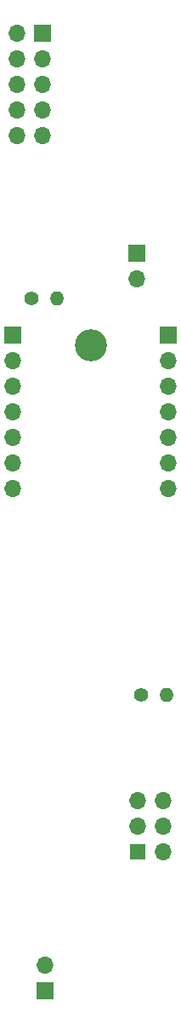
<source format=gbr>
%TF.GenerationSoftware,KiCad,Pcbnew,7.0.8*%
%TF.CreationDate,2024-02-17T17:12:52+11:00*%
%TF.ProjectId,JNTUB,4a4e5455-422e-46b6-9963-61645f706362,rev?*%
%TF.SameCoordinates,Original*%
%TF.FileFunction,Soldermask,Bot*%
%TF.FilePolarity,Negative*%
%FSLAX46Y46*%
G04 Gerber Fmt 4.6, Leading zero omitted, Abs format (unit mm)*
G04 Created by KiCad (PCBNEW 7.0.8) date 2024-02-17 17:12:52*
%MOMM*%
%LPD*%
G01*
G04 APERTURE LIST*
%ADD10C,3.200000*%
%ADD11R,1.700000X1.700000*%
%ADD12O,1.700000X1.700000*%
%ADD13C,1.400000*%
%ADD14O,1.400000X1.400000*%
%ADD15R,1.600000X1.600000*%
G04 APERTURE END LIST*
D10*
%TO.C,H2*%
X205740000Y-90678000D03*
%TD*%
D11*
%TO.C,J11*%
X213487000Y-89662000D03*
D12*
X213487000Y-92202000D03*
X213487000Y-94742000D03*
X213487000Y-97282000D03*
X213487000Y-99822000D03*
X213487000Y-102362000D03*
X213487000Y-104902000D03*
%TD*%
D11*
%TO.C,J10*%
X197993000Y-89662000D03*
D12*
X197993000Y-92202000D03*
X197993000Y-94742000D03*
X197993000Y-97282000D03*
X197993000Y-99822000D03*
X197993000Y-102362000D03*
X197993000Y-104902000D03*
%TD*%
D13*
%TO.C,R23*%
X199840000Y-86100000D03*
D14*
X202380000Y-86100000D03*
%TD*%
D13*
%TO.C,R19*%
X210780000Y-125390000D03*
D14*
X213320000Y-125390000D03*
%TD*%
D11*
%TO.C,J9*%
X200914000Y-59690000D03*
D12*
X198374000Y-59690000D03*
X200914000Y-62230000D03*
X198374000Y-62230000D03*
X200914000Y-64770000D03*
X198374000Y-64770000D03*
X200914000Y-67310000D03*
X198374000Y-67310000D03*
X200914000Y-69850000D03*
X198374000Y-69850000D03*
%TD*%
D11*
%TO.C,JP1*%
X210312000Y-81534000D03*
D12*
X210312000Y-84074000D03*
%TD*%
D15*
%TO.C,J12*%
X210439000Y-140970000D03*
D12*
X212979000Y-140970000D03*
X210439000Y-138430000D03*
X212979000Y-138430000D03*
X210439000Y-135890000D03*
X212979000Y-135890000D03*
%TD*%
D11*
%TO.C,JP2*%
X201200000Y-154840000D03*
D12*
X201200000Y-152300000D03*
%TD*%
M02*

</source>
